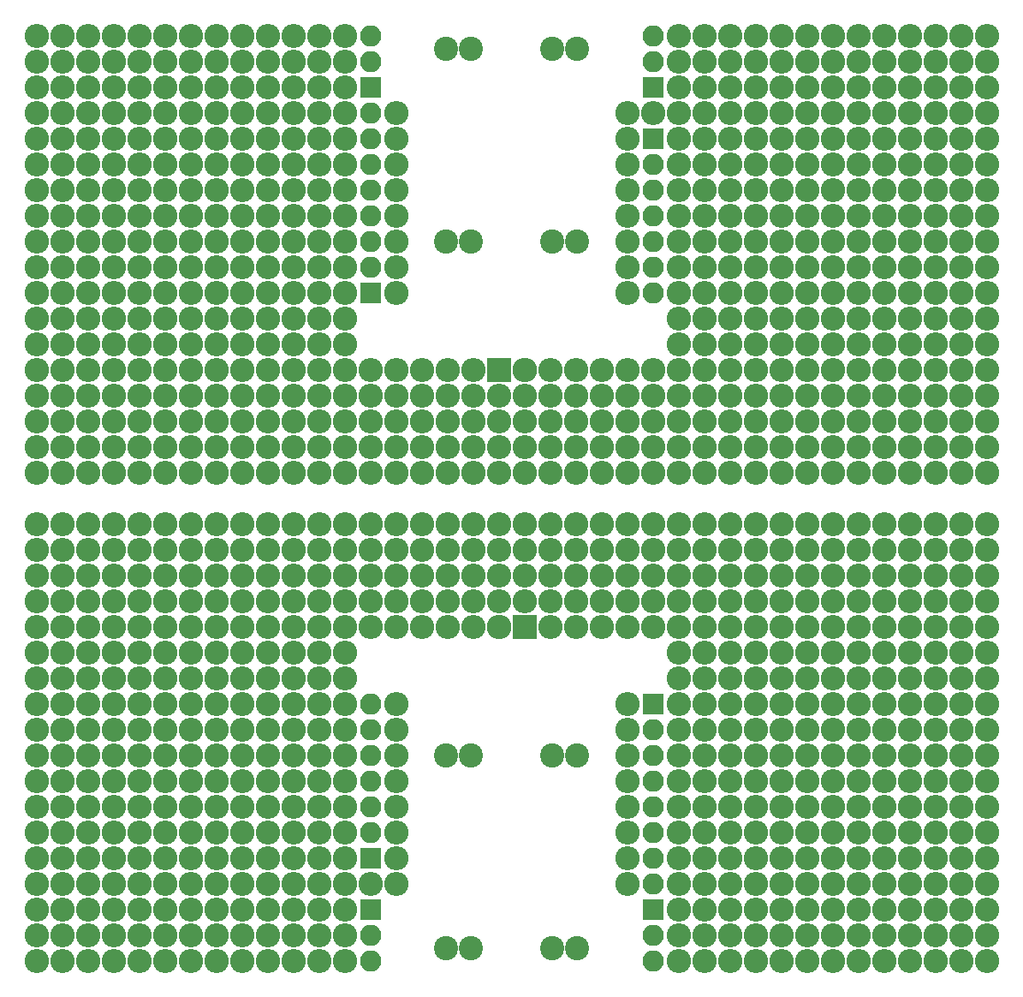
<source format=gbr>
G04 #@! TF.FileFunction,Soldermask,Bot*
%FSLAX46Y46*%
G04 Gerber Fmt 4.6, Leading zero omitted, Abs format (unit mm)*
G04 Created by KiCad (PCBNEW 4.0.4+e1-6308~48~ubuntu16.04.1-stable) date Sun Jan 29 14:42:06 2017*
%MOMM*%
%LPD*%
G01*
G04 APERTURE LIST*
%ADD10C,0.100000*%
%ADD11O,2.400000X2.400000*%
%ADD12R,2.100000X2.100000*%
%ADD13O,2.100000X2.100000*%
%ADD14C,2.400000*%
%ADD15R,2.432000X2.432000*%
%ADD16O,2.432000X2.432000*%
G04 APERTURE END LIST*
D10*
D11*
X127540000Y-70120000D03*
X125000000Y-70120000D03*
X127540000Y-67580000D03*
X125000000Y-67580000D03*
X122460000Y-72660000D03*
X122460000Y-70120000D03*
X119920000Y-72660000D03*
X119920000Y-70120000D03*
X122460000Y-67580000D03*
X119920000Y-67580000D03*
X127540000Y-75200000D03*
X125000000Y-75200000D03*
X130080000Y-72660000D03*
X125000000Y-72660000D03*
X127540000Y-72660000D03*
X130080000Y-67580000D03*
X132620000Y-67580000D03*
X130080000Y-70120000D03*
X132620000Y-70120000D03*
X119920000Y-82820000D03*
X117380000Y-82820000D03*
X119920000Y-80280000D03*
X117380000Y-80280000D03*
X125000000Y-80280000D03*
X122460000Y-77740000D03*
X122460000Y-80280000D03*
X122460000Y-75200000D03*
X125000000Y-77740000D03*
X130080000Y-77740000D03*
X127540000Y-80280000D03*
X127540000Y-77740000D03*
X130080000Y-75200000D03*
X130080000Y-80280000D03*
X117380000Y-77740000D03*
X119920000Y-75200000D03*
X119920000Y-77740000D03*
X117380000Y-75200000D03*
X114840000Y-98060000D03*
X114840000Y-108220000D03*
X114840000Y-105680000D03*
X114840000Y-103140000D03*
X114840000Y-100600000D03*
X119920000Y-87900000D03*
X119920000Y-90440000D03*
X117380000Y-90440000D03*
X117380000Y-87900000D03*
X117380000Y-85360000D03*
X125000000Y-87900000D03*
X125000000Y-85360000D03*
X122460000Y-87900000D03*
X122460000Y-85360000D03*
X119920000Y-85360000D03*
X122460000Y-82820000D03*
X125000000Y-82820000D03*
X130080000Y-82820000D03*
X132620000Y-85360000D03*
X130080000Y-85360000D03*
X130080000Y-87900000D03*
X127540000Y-87900000D03*
X127540000Y-82820000D03*
X127540000Y-85360000D03*
D12*
X114840000Y-70120000D03*
D13*
X114840000Y-67580000D03*
X114840000Y-65040000D03*
D12*
X86900000Y-70120000D03*
D13*
X86900000Y-67580000D03*
X86900000Y-65040000D03*
D12*
X86900000Y-90440000D03*
D13*
X86900000Y-87900000D03*
X86900000Y-85360000D03*
X86900000Y-82820000D03*
X86900000Y-80280000D03*
X86900000Y-77740000D03*
X86900000Y-75200000D03*
X86900000Y-72660000D03*
D11*
X112300000Y-90440000D03*
X112300000Y-87900000D03*
X112300000Y-85360000D03*
X112300000Y-82820000D03*
X112300000Y-80280000D03*
X112300000Y-77740000D03*
X112300000Y-75200000D03*
X112300000Y-72660000D03*
X89440000Y-72660000D03*
X89440000Y-75200000D03*
X89440000Y-77740000D03*
X89440000Y-80280000D03*
X89440000Y-82820000D03*
X89440000Y-85360000D03*
X89440000Y-87900000D03*
X89440000Y-90440000D03*
D14*
X94370000Y-85335000D03*
X96870000Y-85335000D03*
X104870000Y-85335000D03*
X107370000Y-85335000D03*
X104870000Y-66335000D03*
X107370000Y-66335000D03*
X94370000Y-66335000D03*
X96870000Y-66335000D03*
D11*
X114840000Y-72660000D03*
D12*
X114840000Y-75200000D03*
D13*
X114840000Y-77740000D03*
X114840000Y-80280000D03*
X114840000Y-82820000D03*
X114840000Y-85360000D03*
X114840000Y-87900000D03*
X114840000Y-90440000D03*
D11*
X104680000Y-98060000D03*
X109760000Y-103140000D03*
X107220000Y-103140000D03*
X109760000Y-100600000D03*
X107220000Y-100600000D03*
X107220000Y-98060000D03*
D15*
X99600000Y-98060000D03*
D16*
X102140000Y-98060000D03*
D11*
X99600000Y-100600000D03*
X102140000Y-103140000D03*
X104680000Y-100600000D03*
X102140000Y-100600000D03*
X104680000Y-103140000D03*
X112300000Y-103140000D03*
X112300000Y-100600000D03*
X112300000Y-98060000D03*
X109760000Y-98060000D03*
X99600000Y-103140000D03*
X104680000Y-108220000D03*
X102140000Y-105680000D03*
X99600000Y-108220000D03*
X104680000Y-105680000D03*
X99600000Y-105680000D03*
X102140000Y-108220000D03*
X109760000Y-105680000D03*
X107220000Y-105680000D03*
X112300000Y-108220000D03*
X109760000Y-108220000D03*
X107220000Y-108220000D03*
X112300000Y-105680000D03*
X86900000Y-100600000D03*
X86900000Y-98060000D03*
X89440000Y-98060000D03*
X91980000Y-98060000D03*
X91980000Y-100600000D03*
X89440000Y-100600000D03*
X89440000Y-108220000D03*
X86900000Y-105680000D03*
X89440000Y-105680000D03*
X89440000Y-103140000D03*
X86900000Y-103140000D03*
X86900000Y-108220000D03*
X97060000Y-108220000D03*
X94520000Y-105680000D03*
X97060000Y-105680000D03*
X91980000Y-105680000D03*
X91980000Y-108220000D03*
X94520000Y-108220000D03*
X97060000Y-103140000D03*
X97060000Y-100600000D03*
X94520000Y-100600000D03*
X91980000Y-103140000D03*
X94520000Y-98060000D03*
X97060000Y-98060000D03*
X94520000Y-103140000D03*
X76740000Y-108220000D03*
X74200000Y-108220000D03*
X74200000Y-105680000D03*
X71660000Y-105680000D03*
X69120000Y-103140000D03*
X66580000Y-103140000D03*
X66580000Y-100600000D03*
X69120000Y-100600000D03*
X69120000Y-108220000D03*
X66580000Y-108220000D03*
X69120000Y-105680000D03*
X66580000Y-105680000D03*
X71660000Y-108220000D03*
X74200000Y-100600000D03*
X71660000Y-100600000D03*
X71660000Y-103140000D03*
X74200000Y-103140000D03*
X76740000Y-105680000D03*
X76740000Y-103140000D03*
X76740000Y-100600000D03*
X74200000Y-98060000D03*
X71660000Y-98060000D03*
X76740000Y-98060000D03*
X84360000Y-108220000D03*
X84360000Y-105680000D03*
X81820000Y-105680000D03*
X79280000Y-105680000D03*
X79280000Y-108220000D03*
X81820000Y-108220000D03*
X84360000Y-103140000D03*
X84360000Y-100600000D03*
X81820000Y-98060000D03*
X79280000Y-98060000D03*
X84360000Y-98060000D03*
X76740000Y-95520000D03*
X74200000Y-95520000D03*
X76740000Y-92980000D03*
X74200000Y-92980000D03*
X84360000Y-95520000D03*
X79280000Y-92980000D03*
X81820000Y-92980000D03*
X81820000Y-95520000D03*
X79280000Y-95520000D03*
X84360000Y-92980000D03*
X81820000Y-100600000D03*
X79280000Y-100600000D03*
X79280000Y-103140000D03*
X81820000Y-103140000D03*
X58960000Y-108220000D03*
X56420000Y-105680000D03*
X56420000Y-108220000D03*
X53880000Y-105680000D03*
X58960000Y-105680000D03*
X56420000Y-103140000D03*
X53880000Y-103140000D03*
X53880000Y-108220000D03*
X56420000Y-95520000D03*
X53880000Y-92980000D03*
X56420000Y-92980000D03*
X53880000Y-95520000D03*
X58960000Y-103140000D03*
X58960000Y-100600000D03*
X53880000Y-100600000D03*
X56420000Y-98060000D03*
X53880000Y-98060000D03*
X56420000Y-100600000D03*
X64040000Y-108220000D03*
X61500000Y-108220000D03*
X64040000Y-105680000D03*
X64040000Y-103140000D03*
X64040000Y-100600000D03*
X61500000Y-100600000D03*
X61500000Y-103140000D03*
X61500000Y-105680000D03*
X61500000Y-98060000D03*
X58960000Y-98060000D03*
X58960000Y-95520000D03*
X58960000Y-92980000D03*
X61500000Y-95520000D03*
X64040000Y-90440000D03*
X61500000Y-90440000D03*
X64040000Y-87900000D03*
X58960000Y-87900000D03*
X58960000Y-90440000D03*
X61500000Y-87900000D03*
X69120000Y-98060000D03*
X71660000Y-95520000D03*
X69120000Y-95520000D03*
X66580000Y-95520000D03*
X71660000Y-92980000D03*
X69120000Y-92980000D03*
X66580000Y-92980000D03*
X66580000Y-98060000D03*
X64040000Y-98060000D03*
X64040000Y-95520000D03*
X61500000Y-92980000D03*
X64040000Y-92980000D03*
X66580000Y-87900000D03*
X69120000Y-87900000D03*
X69120000Y-90440000D03*
X66580000Y-90440000D03*
X76740000Y-90440000D03*
X74200000Y-90440000D03*
X71660000Y-90440000D03*
X74200000Y-87900000D03*
X71660000Y-87900000D03*
X76740000Y-87900000D03*
X84360000Y-90440000D03*
X79280000Y-90440000D03*
X84360000Y-87900000D03*
X81820000Y-90440000D03*
X81820000Y-87900000D03*
X79280000Y-87900000D03*
X84360000Y-80280000D03*
X84360000Y-75200000D03*
X81820000Y-80280000D03*
X84360000Y-77740000D03*
X79280000Y-75200000D03*
X81820000Y-77740000D03*
X79280000Y-77740000D03*
X81820000Y-75200000D03*
X79280000Y-85360000D03*
X84360000Y-85360000D03*
X84360000Y-82820000D03*
X81820000Y-82820000D03*
X81820000Y-85360000D03*
X79280000Y-82820000D03*
X76740000Y-82820000D03*
X79280000Y-80280000D03*
X76740000Y-80280000D03*
X74200000Y-82820000D03*
X74200000Y-80280000D03*
X76740000Y-77740000D03*
X74200000Y-77740000D03*
X71660000Y-80280000D03*
X74200000Y-75200000D03*
X71660000Y-77740000D03*
X71660000Y-75200000D03*
X76740000Y-75200000D03*
X76740000Y-85360000D03*
X74200000Y-85360000D03*
X71660000Y-85360000D03*
X71660000Y-82820000D03*
X56420000Y-77740000D03*
X56420000Y-72660000D03*
X53880000Y-77740000D03*
X56420000Y-75200000D03*
X53880000Y-75200000D03*
X53880000Y-72660000D03*
X56420000Y-70120000D03*
X53880000Y-70120000D03*
X56420000Y-67580000D03*
X56420000Y-65040000D03*
X53880000Y-67580000D03*
X58960000Y-65040000D03*
X53880000Y-65040000D03*
X58960000Y-67580000D03*
X53880000Y-90440000D03*
X56420000Y-87900000D03*
X53880000Y-87900000D03*
X56420000Y-90440000D03*
X61500000Y-72660000D03*
X58960000Y-72660000D03*
X64040000Y-72660000D03*
X61500000Y-70120000D03*
X64040000Y-70120000D03*
X58960000Y-70120000D03*
X56420000Y-85360000D03*
X53880000Y-85360000D03*
X53880000Y-80280000D03*
X56420000Y-82820000D03*
X53880000Y-82820000D03*
X56420000Y-80280000D03*
X61500000Y-65040000D03*
X61500000Y-67580000D03*
X64040000Y-67580000D03*
X64040000Y-65040000D03*
X66580000Y-82820000D03*
X69120000Y-85360000D03*
X66580000Y-85360000D03*
X69120000Y-82820000D03*
X64040000Y-80280000D03*
X66580000Y-80280000D03*
X69120000Y-80280000D03*
X69120000Y-77740000D03*
X58960000Y-80280000D03*
X58960000Y-77740000D03*
X61500000Y-77740000D03*
X61500000Y-75200000D03*
X58960000Y-75200000D03*
X61500000Y-85360000D03*
X64040000Y-82820000D03*
X61500000Y-82820000D03*
X58960000Y-85360000D03*
X64040000Y-85360000D03*
X58960000Y-82820000D03*
X61500000Y-80280000D03*
X64040000Y-77740000D03*
X66580000Y-75200000D03*
X64040000Y-75200000D03*
X69120000Y-75200000D03*
X66580000Y-77740000D03*
X84360000Y-72660000D03*
X84360000Y-70120000D03*
X81820000Y-70120000D03*
X84360000Y-65040000D03*
X81820000Y-67580000D03*
X81820000Y-65040000D03*
X84360000Y-67580000D03*
X81820000Y-72660000D03*
X79280000Y-72660000D03*
X76740000Y-72660000D03*
X74200000Y-72660000D03*
X79280000Y-70120000D03*
X79280000Y-67580000D03*
X79280000Y-65040000D03*
X76740000Y-65040000D03*
X71660000Y-72660000D03*
X69120000Y-72660000D03*
X69120000Y-70120000D03*
X66580000Y-70120000D03*
X66580000Y-72660000D03*
X76740000Y-70120000D03*
X74200000Y-70120000D03*
X71660000Y-70120000D03*
X74200000Y-67580000D03*
X71660000Y-67580000D03*
X71660000Y-65040000D03*
X76740000Y-67580000D03*
X74200000Y-65040000D03*
X69120000Y-67580000D03*
X66580000Y-67580000D03*
X69120000Y-65040000D03*
X66580000Y-65040000D03*
X132620000Y-90440000D03*
X132620000Y-95520000D03*
X130080000Y-95520000D03*
X130080000Y-92980000D03*
X127540000Y-92980000D03*
X127540000Y-95520000D03*
X127540000Y-90440000D03*
X130080000Y-90440000D03*
X127540000Y-100600000D03*
X127540000Y-98060000D03*
X130080000Y-100600000D03*
X130080000Y-98060000D03*
X130080000Y-108220000D03*
X127540000Y-105680000D03*
X130080000Y-103140000D03*
X130080000Y-105680000D03*
X127540000Y-108220000D03*
X127540000Y-103140000D03*
X125000000Y-103140000D03*
X122460000Y-103140000D03*
X125000000Y-100600000D03*
X122460000Y-100600000D03*
X122460000Y-98060000D03*
X125000000Y-98060000D03*
X125000000Y-95520000D03*
X122460000Y-95520000D03*
X125000000Y-92980000D03*
X125000000Y-90440000D03*
X122460000Y-90440000D03*
X122460000Y-92980000D03*
X119920000Y-98060000D03*
X119920000Y-95520000D03*
X117380000Y-98060000D03*
X117380000Y-95520000D03*
X119920000Y-92980000D03*
X117380000Y-92980000D03*
X119920000Y-103140000D03*
X117380000Y-103140000D03*
X119920000Y-100600000D03*
X117380000Y-100600000D03*
X125000000Y-108220000D03*
X122460000Y-108220000D03*
X122460000Y-105680000D03*
X125000000Y-105680000D03*
X119920000Y-105680000D03*
X117380000Y-105680000D03*
X117380000Y-108220000D03*
X119920000Y-108220000D03*
X147860000Y-82820000D03*
X142780000Y-82820000D03*
X147860000Y-80280000D03*
X147860000Y-77740000D03*
X145320000Y-82820000D03*
X145320000Y-77740000D03*
X140240000Y-82820000D03*
X137700000Y-82820000D03*
X137700000Y-80280000D03*
X135160000Y-80280000D03*
X135160000Y-82820000D03*
X132620000Y-80280000D03*
X135160000Y-77740000D03*
X132620000Y-82820000D03*
X135160000Y-72660000D03*
X132620000Y-72660000D03*
X132620000Y-77740000D03*
X135160000Y-75200000D03*
X132620000Y-75200000D03*
X147860000Y-75200000D03*
X145320000Y-75200000D03*
X147860000Y-72660000D03*
X145320000Y-72660000D03*
X145320000Y-80280000D03*
X142780000Y-77740000D03*
X140240000Y-80280000D03*
X140240000Y-77740000D03*
X137700000Y-77740000D03*
X137700000Y-75200000D03*
X142780000Y-80280000D03*
X137700000Y-72660000D03*
X137700000Y-108220000D03*
X132620000Y-108220000D03*
X135160000Y-108220000D03*
X135160000Y-105680000D03*
X132620000Y-105680000D03*
X137700000Y-105680000D03*
X135160000Y-103140000D03*
X147860000Y-103140000D03*
X147860000Y-100600000D03*
X145320000Y-100600000D03*
X145320000Y-103140000D03*
X142780000Y-100600000D03*
X147860000Y-98060000D03*
X145320000Y-98060000D03*
X142780000Y-98060000D03*
X135160000Y-100600000D03*
X135160000Y-98060000D03*
X132620000Y-100600000D03*
X132620000Y-98060000D03*
X132620000Y-103140000D03*
X142780000Y-103140000D03*
X140240000Y-103140000D03*
X140240000Y-100600000D03*
X137700000Y-100600000D03*
X137700000Y-98060000D03*
X140240000Y-98060000D03*
X137700000Y-103140000D03*
X147860000Y-108220000D03*
X147860000Y-105680000D03*
X140240000Y-105680000D03*
X145320000Y-108220000D03*
X142780000Y-108220000D03*
X140240000Y-108220000D03*
X145320000Y-105680000D03*
X142780000Y-105680000D03*
X137700000Y-95520000D03*
X135160000Y-95520000D03*
X132620000Y-92980000D03*
X137700000Y-92980000D03*
X135160000Y-92980000D03*
X135160000Y-90440000D03*
X142780000Y-87900000D03*
X145320000Y-87900000D03*
X142780000Y-90440000D03*
X145320000Y-90440000D03*
X145320000Y-95520000D03*
X147860000Y-92980000D03*
X145320000Y-92980000D03*
X147860000Y-95520000D03*
X147860000Y-90440000D03*
X147860000Y-87900000D03*
X142780000Y-85360000D03*
X147860000Y-85360000D03*
X145320000Y-85360000D03*
X140240000Y-90440000D03*
X137700000Y-90440000D03*
X140240000Y-87900000D03*
X140240000Y-85360000D03*
X132620000Y-87900000D03*
X137700000Y-87900000D03*
X137700000Y-85360000D03*
X135160000Y-85360000D03*
X135160000Y-87900000D03*
X142780000Y-95520000D03*
X140240000Y-95520000D03*
X140240000Y-92980000D03*
X142780000Y-92980000D03*
X117380000Y-70120000D03*
X117380000Y-72660000D03*
X125000000Y-65040000D03*
X122460000Y-65040000D03*
X117380000Y-65040000D03*
X117380000Y-67580000D03*
X119920000Y-65040000D03*
X132620000Y-65040000D03*
X130080000Y-65040000D03*
X127540000Y-65040000D03*
X135160000Y-67580000D03*
X137700000Y-65040000D03*
X137700000Y-67580000D03*
X135160000Y-70120000D03*
X137700000Y-70120000D03*
X135160000Y-65040000D03*
X145320000Y-65040000D03*
X142780000Y-65040000D03*
X140240000Y-65040000D03*
X140240000Y-67580000D03*
X142780000Y-75200000D03*
X140240000Y-75200000D03*
X142780000Y-72660000D03*
X140240000Y-72660000D03*
X140240000Y-70120000D03*
X147860000Y-65040000D03*
X147860000Y-70120000D03*
X147860000Y-67580000D03*
X142780000Y-70120000D03*
X145320000Y-67580000D03*
X142780000Y-67580000D03*
X145320000Y-70120000D03*
D14*
X107370000Y-136185000D03*
X104870000Y-136185000D03*
X96870000Y-136185000D03*
X94370000Y-136185000D03*
X96870000Y-155185000D03*
X94370000Y-155185000D03*
X107370000Y-155185000D03*
X104870000Y-155185000D03*
D11*
X86900000Y-148860000D03*
X104680000Y-123460000D03*
X107220000Y-123460000D03*
X109760000Y-123460000D03*
X112300000Y-123460000D03*
X114840000Y-123460000D03*
X86900000Y-123460000D03*
X89440000Y-123460000D03*
X91980000Y-123460000D03*
X94520000Y-123460000D03*
X97060000Y-123460000D03*
X114840000Y-120920000D03*
X112300000Y-120920000D03*
X109760000Y-120920000D03*
X107220000Y-120920000D03*
X104680000Y-120920000D03*
X102140000Y-120920000D03*
X99600000Y-120920000D03*
X97060000Y-120920000D03*
X94520000Y-120920000D03*
X91980000Y-120920000D03*
X89440000Y-120920000D03*
X86900000Y-120920000D03*
X114840000Y-118380000D03*
X112300000Y-118380000D03*
X109760000Y-118380000D03*
X107220000Y-118380000D03*
X104680000Y-118380000D03*
X102140000Y-118380000D03*
X99600000Y-118380000D03*
X97060000Y-118380000D03*
X94520000Y-118380000D03*
X91980000Y-118380000D03*
X89440000Y-118380000D03*
X86900000Y-118380000D03*
X114840000Y-115840000D03*
X112300000Y-115840000D03*
X109760000Y-115840000D03*
X107220000Y-115840000D03*
X104680000Y-115840000D03*
X102140000Y-115840000D03*
X99600000Y-115840000D03*
X97060000Y-115840000D03*
X94520000Y-115840000D03*
X91980000Y-115840000D03*
X89440000Y-115840000D03*
X86900000Y-115840000D03*
X114840000Y-113300000D03*
X112300000Y-113300000D03*
X109760000Y-113300000D03*
X107220000Y-113300000D03*
X104680000Y-113300000D03*
X102140000Y-113300000D03*
X99600000Y-113300000D03*
X97060000Y-113300000D03*
X94520000Y-113300000D03*
X91980000Y-113300000D03*
X89440000Y-113300000D03*
X86900000Y-113300000D03*
X147860000Y-156480000D03*
X145320000Y-156480000D03*
X142780000Y-156480000D03*
X140240000Y-156480000D03*
X137700000Y-156480000D03*
X135160000Y-156480000D03*
X132620000Y-156480000D03*
X130080000Y-156480000D03*
X127540000Y-156480000D03*
X125000000Y-156480000D03*
X122460000Y-156480000D03*
X119920000Y-156480000D03*
X117380000Y-156480000D03*
X147860000Y-153940000D03*
X145320000Y-153940000D03*
X142780000Y-153940000D03*
X140240000Y-153940000D03*
X137700000Y-153940000D03*
X135160000Y-153940000D03*
X132620000Y-153940000D03*
X130080000Y-153940000D03*
X127540000Y-153940000D03*
X125000000Y-153940000D03*
X122460000Y-153940000D03*
X119920000Y-153940000D03*
X117380000Y-153940000D03*
X147860000Y-151400000D03*
X145320000Y-151400000D03*
X142780000Y-151400000D03*
X140240000Y-151400000D03*
X137700000Y-151400000D03*
X135160000Y-151400000D03*
X132620000Y-151400000D03*
X130080000Y-151400000D03*
X127540000Y-151400000D03*
X125000000Y-151400000D03*
X122460000Y-151400000D03*
X119920000Y-151400000D03*
X117380000Y-151400000D03*
X147860000Y-148860000D03*
X145320000Y-148860000D03*
X142780000Y-148860000D03*
X140240000Y-148860000D03*
X137700000Y-148860000D03*
X135160000Y-148860000D03*
X132620000Y-148860000D03*
X130080000Y-148860000D03*
X127540000Y-148860000D03*
X125000000Y-148860000D03*
X122460000Y-148860000D03*
X119920000Y-148860000D03*
X117380000Y-148860000D03*
X147860000Y-146320000D03*
X145320000Y-146320000D03*
X142780000Y-146320000D03*
X140240000Y-146320000D03*
X137700000Y-146320000D03*
X135160000Y-146320000D03*
X132620000Y-146320000D03*
X130080000Y-146320000D03*
X127540000Y-146320000D03*
X125000000Y-146320000D03*
X122460000Y-146320000D03*
X119920000Y-146320000D03*
X117380000Y-146320000D03*
X147860000Y-143780000D03*
X145320000Y-143780000D03*
X142780000Y-143780000D03*
X140240000Y-143780000D03*
X137700000Y-143780000D03*
X135160000Y-143780000D03*
X132620000Y-143780000D03*
X130080000Y-143780000D03*
X127540000Y-143780000D03*
X125000000Y-143780000D03*
X122460000Y-143780000D03*
X119920000Y-143780000D03*
X117380000Y-143780000D03*
X147860000Y-141240000D03*
X145320000Y-141240000D03*
X142780000Y-141240000D03*
X140240000Y-141240000D03*
X137700000Y-141240000D03*
X135160000Y-141240000D03*
X132620000Y-141240000D03*
X130080000Y-141240000D03*
X127540000Y-141240000D03*
X125000000Y-141240000D03*
X122460000Y-141240000D03*
X119920000Y-141240000D03*
X117380000Y-141240000D03*
X147860000Y-138700000D03*
X145320000Y-138700000D03*
X142780000Y-138700000D03*
X140240000Y-138700000D03*
X137700000Y-138700000D03*
X135160000Y-138700000D03*
X132620000Y-138700000D03*
X130080000Y-138700000D03*
X127540000Y-138700000D03*
X125000000Y-138700000D03*
X122460000Y-138700000D03*
X119920000Y-138700000D03*
X117380000Y-138700000D03*
X147860000Y-136160000D03*
X145320000Y-136160000D03*
X142780000Y-136160000D03*
X140240000Y-136160000D03*
X137700000Y-136160000D03*
X135160000Y-136160000D03*
X132620000Y-136160000D03*
X130080000Y-136160000D03*
X127540000Y-136160000D03*
X125000000Y-136160000D03*
X122460000Y-136160000D03*
X119920000Y-136160000D03*
X117380000Y-136160000D03*
X147860000Y-133620000D03*
X145320000Y-133620000D03*
X142780000Y-133620000D03*
X140240000Y-133620000D03*
X137700000Y-133620000D03*
X135160000Y-133620000D03*
X132620000Y-133620000D03*
X130080000Y-133620000D03*
X127540000Y-133620000D03*
X125000000Y-133620000D03*
X122460000Y-133620000D03*
X119920000Y-133620000D03*
X117380000Y-133620000D03*
X147860000Y-131080000D03*
X145320000Y-131080000D03*
X142780000Y-131080000D03*
X140240000Y-131080000D03*
X137700000Y-131080000D03*
X135160000Y-131080000D03*
X132620000Y-131080000D03*
X130080000Y-131080000D03*
X127540000Y-131080000D03*
X125000000Y-131080000D03*
X122460000Y-131080000D03*
X119920000Y-131080000D03*
X117380000Y-131080000D03*
X147860000Y-128540000D03*
X145320000Y-128540000D03*
X142780000Y-128540000D03*
X140240000Y-128540000D03*
X137700000Y-128540000D03*
X135160000Y-128540000D03*
X132620000Y-128540000D03*
X130080000Y-128540000D03*
X127540000Y-128540000D03*
X125000000Y-128540000D03*
X122460000Y-128540000D03*
X119920000Y-128540000D03*
X117380000Y-128540000D03*
X147860000Y-126000000D03*
X145320000Y-126000000D03*
X142780000Y-126000000D03*
X140240000Y-126000000D03*
X137700000Y-126000000D03*
X135160000Y-126000000D03*
X132620000Y-126000000D03*
X130080000Y-126000000D03*
X127540000Y-126000000D03*
X125000000Y-126000000D03*
X122460000Y-126000000D03*
X119920000Y-126000000D03*
X117380000Y-126000000D03*
X147860000Y-123460000D03*
X145320000Y-123460000D03*
X142780000Y-123460000D03*
X140240000Y-123460000D03*
X137700000Y-123460000D03*
X135160000Y-123460000D03*
X132620000Y-123460000D03*
X130080000Y-123460000D03*
X127540000Y-123460000D03*
X125000000Y-123460000D03*
X122460000Y-123460000D03*
X119920000Y-123460000D03*
X117380000Y-123460000D03*
X147860000Y-120920000D03*
X145320000Y-120920000D03*
X142780000Y-120920000D03*
X140240000Y-120920000D03*
X137700000Y-120920000D03*
X135160000Y-120920000D03*
X132620000Y-120920000D03*
X130080000Y-120920000D03*
X127540000Y-120920000D03*
X125000000Y-120920000D03*
X122460000Y-120920000D03*
X119920000Y-120920000D03*
X117380000Y-120920000D03*
X147860000Y-118380000D03*
X145320000Y-118380000D03*
X142780000Y-118380000D03*
X140240000Y-118380000D03*
X137700000Y-118380000D03*
X135160000Y-118380000D03*
X132620000Y-118380000D03*
X130080000Y-118380000D03*
X127540000Y-118380000D03*
X125000000Y-118380000D03*
X122460000Y-118380000D03*
X119920000Y-118380000D03*
X117380000Y-118380000D03*
X147860000Y-115840000D03*
X145320000Y-115840000D03*
X142780000Y-115840000D03*
X140240000Y-115840000D03*
X137700000Y-115840000D03*
X135160000Y-115840000D03*
X132620000Y-115840000D03*
X130080000Y-115840000D03*
X127540000Y-115840000D03*
X125000000Y-115840000D03*
X122460000Y-115840000D03*
X119920000Y-115840000D03*
X117380000Y-115840000D03*
X147860000Y-113300000D03*
X145320000Y-113300000D03*
X142780000Y-113300000D03*
X140240000Y-113300000D03*
X137700000Y-113300000D03*
X135160000Y-113300000D03*
X132620000Y-113300000D03*
X130080000Y-113300000D03*
X127540000Y-113300000D03*
X125000000Y-113300000D03*
X122460000Y-113300000D03*
X119920000Y-113300000D03*
X117380000Y-113300000D03*
X84360000Y-153940000D03*
X81820000Y-153940000D03*
X79280000Y-153940000D03*
X76740000Y-153940000D03*
X74200000Y-153940000D03*
X71660000Y-153940000D03*
X69120000Y-153940000D03*
X66580000Y-153940000D03*
X64040000Y-153940000D03*
X61500000Y-153940000D03*
X58960000Y-153940000D03*
X56420000Y-153940000D03*
X53880000Y-153940000D03*
X84360000Y-151400000D03*
X81820000Y-151400000D03*
X79280000Y-151400000D03*
X76740000Y-151400000D03*
X74200000Y-151400000D03*
X71660000Y-151400000D03*
X69120000Y-151400000D03*
X66580000Y-151400000D03*
X64040000Y-151400000D03*
X61500000Y-151400000D03*
X58960000Y-151400000D03*
X56420000Y-151400000D03*
X53880000Y-151400000D03*
X84360000Y-148860000D03*
X81820000Y-148860000D03*
X79280000Y-148860000D03*
X76740000Y-148860000D03*
X74200000Y-148860000D03*
X71660000Y-148860000D03*
X69120000Y-148860000D03*
X66580000Y-148860000D03*
X64040000Y-148860000D03*
X61500000Y-148860000D03*
X58960000Y-148860000D03*
X56420000Y-148860000D03*
X53880000Y-148860000D03*
X84360000Y-146320000D03*
X81820000Y-146320000D03*
X79280000Y-146320000D03*
X76740000Y-146320000D03*
X74200000Y-146320000D03*
X71660000Y-146320000D03*
X69120000Y-146320000D03*
X66580000Y-146320000D03*
X64040000Y-146320000D03*
X61500000Y-146320000D03*
X58960000Y-146320000D03*
X56420000Y-146320000D03*
X53880000Y-146320000D03*
X84360000Y-143780000D03*
X81820000Y-143780000D03*
X79280000Y-143780000D03*
X76740000Y-143780000D03*
X74200000Y-143780000D03*
X71660000Y-143780000D03*
X69120000Y-143780000D03*
X66580000Y-143780000D03*
X64040000Y-143780000D03*
X61500000Y-143780000D03*
X58960000Y-143780000D03*
X56420000Y-143780000D03*
X53880000Y-143780000D03*
X84360000Y-141240000D03*
X81820000Y-141240000D03*
X79280000Y-141240000D03*
X76740000Y-141240000D03*
X74200000Y-141240000D03*
X71660000Y-141240000D03*
X69120000Y-141240000D03*
X66580000Y-141240000D03*
X64040000Y-141240000D03*
X61500000Y-141240000D03*
X58960000Y-141240000D03*
X56420000Y-141240000D03*
X53880000Y-141240000D03*
X84360000Y-138700000D03*
X81820000Y-138700000D03*
X79280000Y-138700000D03*
X76740000Y-138700000D03*
X74200000Y-138700000D03*
X71660000Y-138700000D03*
X69120000Y-138700000D03*
X66580000Y-138700000D03*
X64040000Y-138700000D03*
X61500000Y-138700000D03*
X58960000Y-138700000D03*
X56420000Y-138700000D03*
X53880000Y-138700000D03*
X84360000Y-136160000D03*
X81820000Y-136160000D03*
X79280000Y-136160000D03*
X76740000Y-136160000D03*
X74200000Y-136160000D03*
X71660000Y-136160000D03*
X69120000Y-136160000D03*
X66580000Y-136160000D03*
X64040000Y-136160000D03*
X61500000Y-136160000D03*
X58960000Y-136160000D03*
X56420000Y-136160000D03*
X53880000Y-136160000D03*
X84360000Y-133620000D03*
X81820000Y-133620000D03*
X79280000Y-133620000D03*
X76740000Y-133620000D03*
X74200000Y-133620000D03*
X71660000Y-133620000D03*
X69120000Y-133620000D03*
X66580000Y-133620000D03*
X64040000Y-133620000D03*
X61500000Y-133620000D03*
X58960000Y-133620000D03*
X56420000Y-133620000D03*
X53880000Y-133620000D03*
X84360000Y-131080000D03*
X81820000Y-131080000D03*
X79280000Y-131080000D03*
X76740000Y-131080000D03*
X74200000Y-131080000D03*
X71660000Y-131080000D03*
X69120000Y-131080000D03*
X66580000Y-131080000D03*
X64040000Y-131080000D03*
X61500000Y-131080000D03*
X58960000Y-131080000D03*
X56420000Y-131080000D03*
X53880000Y-131080000D03*
X84360000Y-128540000D03*
X81820000Y-128540000D03*
X79280000Y-128540000D03*
X76740000Y-128540000D03*
X74200000Y-128540000D03*
X71660000Y-128540000D03*
X69120000Y-128540000D03*
X66580000Y-128540000D03*
X64040000Y-128540000D03*
X61500000Y-128540000D03*
X58960000Y-128540000D03*
X56420000Y-128540000D03*
X53880000Y-128540000D03*
X84360000Y-126000000D03*
X81820000Y-126000000D03*
X79280000Y-126000000D03*
X76740000Y-126000000D03*
X74200000Y-126000000D03*
X71660000Y-126000000D03*
X69120000Y-126000000D03*
X66580000Y-126000000D03*
X64040000Y-126000000D03*
X61500000Y-126000000D03*
X58960000Y-126000000D03*
X56420000Y-126000000D03*
X53880000Y-126000000D03*
X84360000Y-123460000D03*
X81820000Y-123460000D03*
X79280000Y-123460000D03*
X76740000Y-123460000D03*
X74200000Y-123460000D03*
X71660000Y-123460000D03*
X69120000Y-123460000D03*
X66580000Y-123460000D03*
X64040000Y-123460000D03*
X61500000Y-123460000D03*
X58960000Y-123460000D03*
X56420000Y-123460000D03*
X53880000Y-123460000D03*
X84360000Y-120920000D03*
X81820000Y-120920000D03*
X79280000Y-120920000D03*
X76740000Y-120920000D03*
X74200000Y-120920000D03*
X71660000Y-120920000D03*
X69120000Y-120920000D03*
X66580000Y-120920000D03*
X64040000Y-120920000D03*
X61500000Y-120920000D03*
X58960000Y-120920000D03*
X56420000Y-120920000D03*
X53880000Y-120920000D03*
X84360000Y-118380000D03*
X81820000Y-118380000D03*
X79280000Y-118380000D03*
X76740000Y-118380000D03*
X74200000Y-118380000D03*
X71660000Y-118380000D03*
X69120000Y-118380000D03*
X66580000Y-118380000D03*
X64040000Y-118380000D03*
X61500000Y-118380000D03*
X58960000Y-118380000D03*
X56420000Y-118380000D03*
X53880000Y-118380000D03*
X84360000Y-115840000D03*
X81820000Y-115840000D03*
X79280000Y-115840000D03*
X76740000Y-115840000D03*
X74200000Y-115840000D03*
X71660000Y-115840000D03*
X69120000Y-115840000D03*
X66580000Y-115840000D03*
X64040000Y-115840000D03*
X61500000Y-115840000D03*
X58960000Y-115840000D03*
X56420000Y-115840000D03*
X53880000Y-115840000D03*
X84360000Y-113300000D03*
X81820000Y-113300000D03*
X79280000Y-113300000D03*
X76740000Y-113300000D03*
X74200000Y-113300000D03*
X71660000Y-113300000D03*
X69120000Y-113300000D03*
X66580000Y-113300000D03*
X64040000Y-113300000D03*
X61500000Y-113300000D03*
X58960000Y-113300000D03*
X56420000Y-113300000D03*
X53880000Y-113300000D03*
X84360000Y-156480000D03*
X81820000Y-156480000D03*
X79280000Y-156480000D03*
X76740000Y-156480000D03*
X74200000Y-156480000D03*
X71660000Y-156480000D03*
X69120000Y-156480000D03*
X66580000Y-156480000D03*
X64040000Y-156480000D03*
X61500000Y-156480000D03*
X58960000Y-156480000D03*
X56420000Y-156480000D03*
X89440000Y-131080000D03*
X89440000Y-133620000D03*
X89440000Y-136160000D03*
X89440000Y-138700000D03*
X89440000Y-141240000D03*
X89440000Y-143780000D03*
X89440000Y-146320000D03*
X89440000Y-148860000D03*
X112300000Y-148860000D03*
X112300000Y-146320000D03*
X112300000Y-143780000D03*
X112300000Y-141240000D03*
X112300000Y-138700000D03*
X112300000Y-136160000D03*
X112300000Y-133620000D03*
X112300000Y-131080000D03*
D15*
X102140000Y-123460000D03*
D16*
X99600000Y-123460000D03*
D12*
X86900000Y-146320000D03*
D13*
X86900000Y-143780000D03*
X86900000Y-141240000D03*
X86900000Y-138700000D03*
X86900000Y-136160000D03*
X86900000Y-133620000D03*
X86900000Y-131080000D03*
D11*
X53880000Y-156480000D03*
D12*
X114840000Y-131080000D03*
D13*
X114840000Y-133620000D03*
X114840000Y-136160000D03*
X114840000Y-138700000D03*
X114840000Y-141240000D03*
X114840000Y-143780000D03*
X114840000Y-146320000D03*
X114840000Y-148860000D03*
D12*
X114840000Y-151400000D03*
D13*
X114840000Y-153940000D03*
X114840000Y-156480000D03*
D12*
X86900000Y-151400000D03*
D13*
X86900000Y-153940000D03*
X86900000Y-156480000D03*
M02*

</source>
